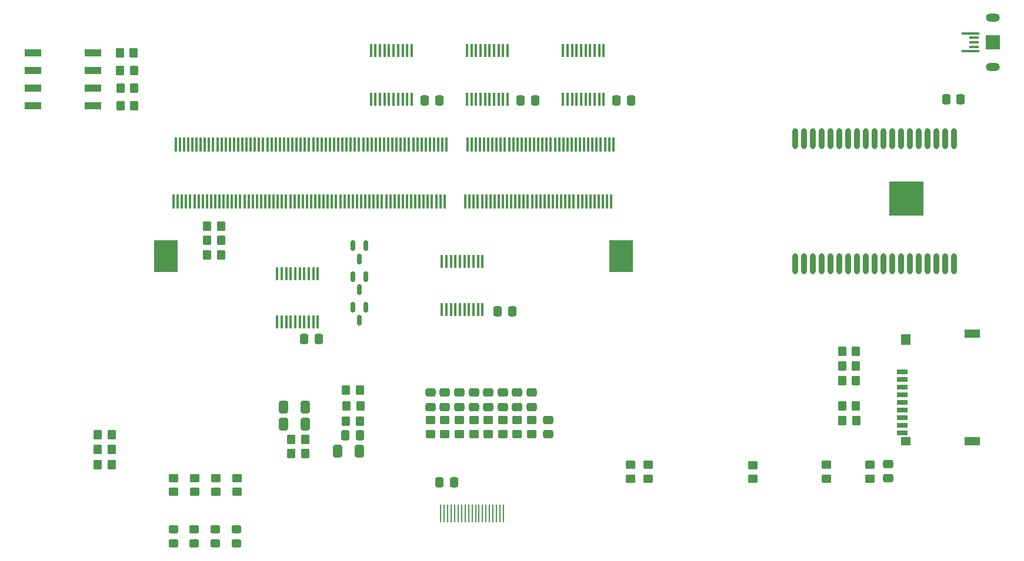
<source format=gbr>
%TF.GenerationSoftware,KiCad,Pcbnew,(6.0.11)*%
%TF.CreationDate,2023-06-18T20:35:24-07:00*%
%TF.ProjectId,TRS-IO++,5452532d-494f-42b2-9b2e-6b696361645f,rev?*%
%TF.SameCoordinates,Original*%
%TF.FileFunction,Paste,Top*%
%TF.FilePolarity,Positive*%
%FSLAX46Y46*%
G04 Gerber Fmt 4.6, Leading zero omitted, Abs format (unit mm)*
G04 Created by KiCad (PCBNEW (6.0.11)) date 2023-06-18 20:35:24*
%MOMM*%
%LPD*%
G01*
G04 APERTURE LIST*
G04 Aperture macros list*
%AMRoundRect*
0 Rectangle with rounded corners*
0 $1 Rounding radius*
0 $2 $3 $4 $5 $6 $7 $8 $9 X,Y pos of 4 corners*
0 Add a 4 corners polygon primitive as box body*
4,1,4,$2,$3,$4,$5,$6,$7,$8,$9,$2,$3,0*
0 Add four circle primitives for the rounded corners*
1,1,$1+$1,$2,$3*
1,1,$1+$1,$4,$5*
1,1,$1+$1,$6,$7*
1,1,$1+$1,$8,$9*
0 Add four rect primitives between the rounded corners*
20,1,$1+$1,$2,$3,$4,$5,0*
20,1,$1+$1,$4,$5,$6,$7,0*
20,1,$1+$1,$6,$7,$8,$9,0*
20,1,$1+$1,$8,$9,$2,$3,0*%
G04 Aperture macros list end*
%ADD10RoundRect,0.100000X-0.100000X0.850000X-0.100000X-0.850000X0.100000X-0.850000X0.100000X0.850000X0*%
%ADD11RoundRect,0.250000X0.350000X0.450000X-0.350000X0.450000X-0.350000X-0.450000X0.350000X-0.450000X0*%
%ADD12RoundRect,0.250000X-0.450000X0.350000X-0.450000X-0.350000X0.450000X-0.350000X0.450000X0.350000X0*%
%ADD13RoundRect,0.250000X-0.412500X-0.650000X0.412500X-0.650000X0.412500X0.650000X-0.412500X0.650000X0*%
%ADD14RoundRect,0.250000X0.450000X-0.350000X0.450000X0.350000X-0.450000X0.350000X-0.450000X-0.350000X0*%
%ADD15R,2.440000X1.120000*%
%ADD16RoundRect,0.250000X-0.350000X-0.450000X0.350000X-0.450000X0.350000X0.450000X-0.350000X0.450000X0*%
%ADD17RoundRect,0.250000X0.450000X-0.325000X0.450000X0.325000X-0.450000X0.325000X-0.450000X-0.325000X0*%
%ADD18RoundRect,0.250000X0.337500X0.475000X-0.337500X0.475000X-0.337500X-0.475000X0.337500X-0.475000X0*%
%ADD19RoundRect,0.250000X0.412500X0.650000X-0.412500X0.650000X-0.412500X-0.650000X0.412500X-0.650000X0*%
%ADD20RoundRect,0.250000X-0.475000X0.337500X-0.475000X-0.337500X0.475000X-0.337500X0.475000X0.337500X0*%
%ADD21RoundRect,0.250000X-0.337500X-0.475000X0.337500X-0.475000X0.337500X0.475000X-0.337500X0.475000X0*%
%ADD22RoundRect,0.150000X-0.150000X0.587500X-0.150000X-0.587500X0.150000X-0.587500X0.150000X0.587500X0*%
%ADD23R,0.280000X2.600000*%
%ADD24R,1.600000X0.700000*%
%ADD25R,1.400000X1.600000*%
%ADD26R,2.200000X1.200000*%
%ADD27R,1.400000X1.200000*%
%ADD28O,0.900000X3.000000*%
%ADD29R,5.000000X5.000000*%
%ADD30RoundRect,0.250000X0.475000X-0.337500X0.475000X0.337500X-0.475000X0.337500X-0.475000X-0.337500X0*%
%ADD31R,2.000000X2.000000*%
%ADD32O,2.000000X1.200000*%
%ADD33R,2.500000X0.400000*%
%ADD34R,1.350000X0.400000*%
%ADD35R,0.350000X2.000000*%
%ADD36R,3.500000X4.600000*%
G04 APERTURE END LIST*
D10*
%TO.C,U5*%
X106963400Y-101910000D03*
X106313400Y-101910000D03*
X105663400Y-101910000D03*
X105013400Y-101910000D03*
X104363400Y-101910000D03*
X103713400Y-101910000D03*
X103063400Y-101910000D03*
X102413400Y-101910000D03*
X101763400Y-101910000D03*
X101113400Y-101910000D03*
X101113400Y-108910000D03*
X101763400Y-108910000D03*
X102413400Y-108910000D03*
X103063400Y-108910000D03*
X103713400Y-108910000D03*
X104363400Y-108910000D03*
X105013400Y-108910000D03*
X105663400Y-108910000D03*
X106313400Y-108910000D03*
X106963400Y-108910000D03*
%TD*%
%TO.C,U4*%
X130660550Y-100132000D03*
X130010550Y-100132000D03*
X129360550Y-100132000D03*
X128710550Y-100132000D03*
X128060550Y-100132000D03*
X127410550Y-100132000D03*
X126760550Y-100132000D03*
X126110550Y-100132000D03*
X125460550Y-100132000D03*
X124810550Y-100132000D03*
X124810550Y-107132000D03*
X125460550Y-107132000D03*
X126110550Y-107132000D03*
X126760550Y-107132000D03*
X127410550Y-107132000D03*
X128060550Y-107132000D03*
X128710550Y-107132000D03*
X129360550Y-107132000D03*
X130010550Y-107132000D03*
X130660550Y-107132000D03*
%TD*%
%TO.C,U3*%
X148095700Y-69753600D03*
X147445700Y-69753600D03*
X146795700Y-69753600D03*
X146145700Y-69753600D03*
X145495700Y-69753600D03*
X144845700Y-69753600D03*
X144195700Y-69753600D03*
X143545700Y-69753600D03*
X142895700Y-69753600D03*
X142245700Y-69753600D03*
X142245700Y-76753600D03*
X142895700Y-76753600D03*
X143545700Y-76753600D03*
X144195700Y-76753600D03*
X144845700Y-76753600D03*
X145495700Y-76753600D03*
X146145700Y-76753600D03*
X146795700Y-76753600D03*
X147445700Y-76753600D03*
X148095700Y-76753600D03*
%TD*%
%TO.C,U2*%
X134278100Y-69753600D03*
X133628100Y-69753600D03*
X132978100Y-69753600D03*
X132328100Y-69753600D03*
X131678100Y-69753600D03*
X131028100Y-69753600D03*
X130378100Y-69753600D03*
X129728100Y-69753600D03*
X129078100Y-69753600D03*
X128428100Y-69753600D03*
X128428100Y-76753600D03*
X129078100Y-76753600D03*
X129728100Y-76753600D03*
X130378100Y-76753600D03*
X131028100Y-76753600D03*
X131678100Y-76753600D03*
X132328100Y-76753600D03*
X132978100Y-76753600D03*
X133628100Y-76753600D03*
X134278100Y-76753600D03*
%TD*%
%TO.C,U6*%
X120460500Y-69753600D03*
X119810500Y-69753600D03*
X119160500Y-69753600D03*
X118510500Y-69753600D03*
X117860500Y-69753600D03*
X117210500Y-69753600D03*
X116560500Y-69753600D03*
X115910500Y-69753600D03*
X115260500Y-69753600D03*
X114610500Y-69753600D03*
X114610500Y-76753600D03*
X115260500Y-76753600D03*
X115910500Y-76753600D03*
X116560500Y-76753600D03*
X117210500Y-76753600D03*
X117860500Y-76753600D03*
X118510500Y-76753600D03*
X119160500Y-76753600D03*
X119810500Y-76753600D03*
X120460500Y-76753600D03*
%TD*%
D11*
%TO.C,R33*%
X80435500Y-70104000D03*
X78435500Y-70104000D03*
%TD*%
D12*
%TO.C,R39*%
X92269032Y-131384800D03*
X92269032Y-133384800D03*
%TD*%
D13*
%TO.C,C15*%
X109806299Y-127551799D03*
X112931299Y-127551799D03*
%TD*%
D14*
%TO.C,R8*%
X129413000Y-125023800D03*
X129413000Y-123023800D03*
%TD*%
D12*
%TO.C,R40*%
X95330100Y-131384800D03*
X95330100Y-133384800D03*
%TD*%
D15*
%TO.C,SW3*%
X65935700Y-70104000D03*
X65935700Y-72644000D03*
X65935700Y-75184000D03*
X65935700Y-77724000D03*
X74545700Y-77724000D03*
X74545700Y-75184000D03*
X74545700Y-72644000D03*
X74545700Y-70104000D03*
%TD*%
D16*
%TO.C,R29*%
X90998800Y-95046800D03*
X92998800Y-95046800D03*
%TD*%
D17*
%TO.C,D3*%
X89177666Y-140842600D03*
X89177666Y-138792600D03*
%TD*%
D18*
%TO.C,C16*%
X134919850Y-107340400D03*
X132844850Y-107340400D03*
%TD*%
D14*
%TO.C,R10*%
X125247400Y-125023800D03*
X125247400Y-123023800D03*
%TD*%
D11*
%TO.C,R35*%
X80537100Y-75184000D03*
X78537100Y-75184000D03*
%TD*%
D17*
%TO.C,D2*%
X86146600Y-140842600D03*
X86146600Y-138792600D03*
%TD*%
D14*
%TO.C,R7*%
X131495800Y-125023800D03*
X131495800Y-123023800D03*
%TD*%
D12*
%TO.C,R14*%
X169570400Y-129505200D03*
X169570400Y-131505200D03*
%TD*%
D16*
%TO.C,R16*%
X182423100Y-120967500D03*
X184423100Y-120967500D03*
%TD*%
D19*
%TO.C,C12*%
X105141899Y-121167999D03*
X102016899Y-121167999D03*
%TD*%
D20*
%TO.C,C6*%
X127330200Y-119049300D03*
X127330200Y-121124300D03*
%TD*%
D11*
%TO.C,R34*%
X80486300Y-72644000D03*
X78486300Y-72644000D03*
%TD*%
%TO.C,R2*%
X77301600Y-125120400D03*
X75301600Y-125120400D03*
%TD*%
D20*
%TO.C,C4*%
X131495800Y-119049300D03*
X131495800Y-121124300D03*
%TD*%
D14*
%TO.C,R31*%
X154533600Y-131462400D03*
X154533600Y-129462400D03*
%TD*%
D20*
%TO.C,C3*%
X133578600Y-119049300D03*
X133578600Y-121124300D03*
%TD*%
%TO.C,C7*%
X125247400Y-119049300D03*
X125247400Y-121124300D03*
%TD*%
%TO.C,C1*%
X137744200Y-119049300D03*
X137744200Y-121124300D03*
%TD*%
D18*
%TO.C,C19*%
X124415000Y-76962000D03*
X122340000Y-76962000D03*
%TD*%
D20*
%TO.C,C8*%
X123164600Y-119049300D03*
X123164600Y-121124300D03*
%TD*%
D21*
%TO.C,C23*%
X124463900Y-131961300D03*
X126538900Y-131961300D03*
%TD*%
D22*
%TO.C,Q3*%
X113878400Y-97919300D03*
X111978400Y-97919300D03*
X112928400Y-99794300D03*
%TD*%
D23*
%TO.C,J7*%
X133659000Y-136468600D03*
X133159000Y-136468600D03*
X132659000Y-136468600D03*
X132159000Y-136468600D03*
X131659000Y-136468600D03*
X131159000Y-136468600D03*
X130659000Y-136468600D03*
X130159000Y-136468600D03*
X129659000Y-136468600D03*
X129159000Y-136468600D03*
X128659000Y-136468600D03*
X128159000Y-136468600D03*
X127659000Y-136468600D03*
X127159000Y-136468600D03*
X126659000Y-136468600D03*
X126159000Y-136468600D03*
X125659000Y-136468600D03*
X125159000Y-136468600D03*
X124659000Y-136468600D03*
%TD*%
D24*
%TO.C,J9*%
X191070000Y-116113200D03*
X191070000Y-117213200D03*
X191070000Y-118313200D03*
X191070000Y-119413200D03*
X191070000Y-120513200D03*
X191070000Y-121613200D03*
X191070000Y-122713200D03*
X191070000Y-123813200D03*
X191070000Y-124913200D03*
D25*
X191570000Y-111463200D03*
D26*
X201170000Y-110563200D03*
X201170000Y-126063200D03*
D27*
X191570000Y-126063200D03*
%TD*%
D20*
%TO.C,C9*%
X189026800Y-129366100D03*
X189026800Y-131441100D03*
%TD*%
D11*
%TO.C,R36*%
X80537100Y-77724000D03*
X78537100Y-77724000D03*
%TD*%
D16*
%TO.C,R17*%
X182423100Y-115214400D03*
X184423100Y-115214400D03*
%TD*%
%TO.C,R26*%
X90998800Y-99212400D03*
X92998800Y-99212400D03*
%TD*%
D22*
%TO.C,Q4*%
X113878400Y-102338900D03*
X111978400Y-102338900D03*
X112928400Y-104213900D03*
%TD*%
D14*
%TO.C,R32*%
X151993600Y-131462400D03*
X151993600Y-129462400D03*
%TD*%
D16*
%TO.C,R18*%
X182423100Y-113080800D03*
X184423100Y-113080800D03*
%TD*%
%TO.C,R19*%
X182438800Y-123139200D03*
X184438800Y-123139200D03*
%TD*%
D11*
%TO.C,R1*%
X77301600Y-129438400D03*
X75301600Y-129438400D03*
%TD*%
D17*
%TO.C,D4*%
X92208732Y-140842600D03*
X92208732Y-138792600D03*
%TD*%
D28*
%TO.C,U1*%
X198565900Y-82490800D03*
X197295900Y-82490800D03*
X196025900Y-82490800D03*
X194755900Y-82490800D03*
X193485900Y-82490800D03*
X192215900Y-82490800D03*
X190945900Y-82490800D03*
X189675900Y-82490800D03*
X188405900Y-82490800D03*
X187135900Y-82490800D03*
X185865900Y-82490800D03*
X184595900Y-82490800D03*
X183325900Y-82490800D03*
X182055900Y-82490800D03*
X180755900Y-82490800D03*
X179485900Y-82490800D03*
X178215900Y-82490800D03*
X176945900Y-82490800D03*
X175675900Y-82490800D03*
X175675900Y-100490800D03*
X176945900Y-100490800D03*
X178215900Y-100490800D03*
X179485900Y-100490800D03*
X180755900Y-100490800D03*
X182055900Y-100520800D03*
X183325900Y-100520800D03*
X184595900Y-100520800D03*
X185865900Y-100520800D03*
X187135900Y-100520800D03*
X188405900Y-100520800D03*
X189675900Y-100520800D03*
X190945900Y-100520800D03*
X192215900Y-100520800D03*
X193485900Y-100520800D03*
X194755900Y-100520800D03*
X196025900Y-100520800D03*
X197295900Y-100520800D03*
X198565900Y-100520800D03*
D29*
X191645900Y-91090800D03*
%TD*%
D30*
%TO.C,C21*%
X140106400Y-125061300D03*
X140106400Y-122986300D03*
%TD*%
D12*
%TO.C,R30*%
X180171900Y-129454400D03*
X180171900Y-131454400D03*
%TD*%
D11*
%TO.C,R24*%
X113029199Y-123182999D03*
X111029199Y-123182999D03*
%TD*%
D22*
%TO.C,Q5*%
X113878400Y-106758500D03*
X111978400Y-106758500D03*
X112928400Y-108633500D03*
%TD*%
D20*
%TO.C,C5*%
X129413000Y-119049300D03*
X129413000Y-121124300D03*
%TD*%
D12*
%TO.C,R12*%
X186436000Y-129454400D03*
X186436000Y-131454400D03*
%TD*%
D11*
%TO.C,R22*%
X105140000Y-125841599D03*
X103140000Y-125841599D03*
%TD*%
D31*
%TO.C,J12*%
X204124000Y-68580000D03*
D32*
X204124000Y-72155000D03*
X204124000Y-65005000D03*
D33*
X200872800Y-69880000D03*
D34*
X201449000Y-69230000D03*
X201449000Y-68580000D03*
X201449000Y-67930000D03*
D33*
X200872800Y-67280000D03*
%TD*%
D18*
%TO.C,C11*%
X152050200Y-76962000D03*
X149975200Y-76962000D03*
%TD*%
D16*
%TO.C,R25*%
X111077500Y-120967500D03*
X113077500Y-120967500D03*
%TD*%
%TO.C,R28*%
X90998800Y-97129600D03*
X92998800Y-97129600D03*
%TD*%
D11*
%TO.C,R23*%
X113029199Y-118745000D03*
X111029199Y-118745000D03*
%TD*%
D14*
%TO.C,R4*%
X137744200Y-125023800D03*
X137744200Y-123023800D03*
%TD*%
D18*
%TO.C,C24*%
X199497400Y-76758800D03*
X197422400Y-76758800D03*
%TD*%
D12*
%TO.C,R38*%
X89207966Y-131384800D03*
X89207966Y-133384800D03*
%TD*%
D20*
%TO.C,C2*%
X135661400Y-119049300D03*
X135661400Y-121124300D03*
%TD*%
D35*
%TO.C,Conn1*%
X149490300Y-83322900D03*
X149190300Y-91522900D03*
X148890300Y-83322900D03*
X148590300Y-91522900D03*
X148290300Y-83322900D03*
X147990300Y-91522900D03*
X147690300Y-83322900D03*
X147390300Y-91522900D03*
X147090300Y-83322900D03*
X146790300Y-91522900D03*
X146490300Y-83322900D03*
X146190300Y-91522900D03*
X145890300Y-83322900D03*
X145590300Y-91522900D03*
X145290300Y-83322900D03*
X144990300Y-91522900D03*
X144690300Y-83322900D03*
X144390300Y-91522900D03*
X144090300Y-83322900D03*
X143790300Y-91522900D03*
X143490300Y-83322900D03*
X143190300Y-91522900D03*
X142890300Y-83322900D03*
X142590300Y-91522900D03*
X142290300Y-83322900D03*
X141990300Y-91522900D03*
X141690300Y-83322900D03*
X141390300Y-91522900D03*
X141090300Y-83322900D03*
X140790300Y-91522900D03*
X140490300Y-83322900D03*
X140190300Y-91522900D03*
X139890300Y-83322900D03*
X139590300Y-91522900D03*
X139290300Y-83322900D03*
X138990300Y-91522900D03*
X138690300Y-83322900D03*
X138390300Y-91522900D03*
X138090300Y-83322900D03*
X137790300Y-91522900D03*
X137490300Y-83322900D03*
X137190300Y-91522900D03*
X136890300Y-83322900D03*
X136590300Y-91522900D03*
X136290300Y-83322900D03*
X135990300Y-91522900D03*
X135690300Y-83322900D03*
X135390300Y-91522900D03*
X135090300Y-83322900D03*
X134790300Y-91522900D03*
X134490300Y-83322900D03*
X134190300Y-91522900D03*
X133890300Y-83322900D03*
X133590300Y-91522900D03*
X133290300Y-83322900D03*
X132990300Y-91522900D03*
X132690300Y-83322900D03*
X132390300Y-91522900D03*
X132090300Y-83322900D03*
X131790300Y-91522900D03*
X131490300Y-83322900D03*
X131190300Y-91522900D03*
X130890300Y-83322900D03*
X130590300Y-91522900D03*
X130290300Y-83322900D03*
X129990300Y-91522900D03*
X129690300Y-83322900D03*
X129390300Y-91522900D03*
X129090300Y-83322900D03*
X128790300Y-91522900D03*
X128490300Y-83322900D03*
X128190300Y-91522900D03*
X125490300Y-83322900D03*
X125190300Y-91522900D03*
X124890300Y-83322900D03*
X124590300Y-91522900D03*
X124290300Y-83322900D03*
X123990300Y-91522900D03*
X123690300Y-83322900D03*
X123390300Y-91522900D03*
X123090300Y-83322900D03*
X122790300Y-91522900D03*
X122490300Y-83322900D03*
X122190300Y-91522900D03*
X121890300Y-83322900D03*
X121590300Y-91522900D03*
X121290300Y-83322900D03*
X120990300Y-91522900D03*
X120690300Y-83322900D03*
X120390300Y-91522900D03*
X120090300Y-83322900D03*
X119790300Y-91522900D03*
X119490300Y-83322900D03*
X119190300Y-91522900D03*
X118890300Y-83322900D03*
X118590300Y-91522900D03*
X118290300Y-83322900D03*
X117990300Y-91522900D03*
X117690300Y-83322900D03*
X117390300Y-91522900D03*
X117090300Y-83322900D03*
X116790300Y-91522900D03*
X116490300Y-83322900D03*
X116190300Y-91522900D03*
X115890300Y-83322900D03*
X115590300Y-91522900D03*
X115290300Y-83322900D03*
X114990300Y-91522900D03*
X114690300Y-83322900D03*
X114390300Y-91522900D03*
X114090300Y-83322900D03*
X113790300Y-91522900D03*
X113490300Y-83322900D03*
X113190300Y-91522900D03*
X112890300Y-83322900D03*
X112590300Y-91522900D03*
X112290300Y-83322900D03*
X111990300Y-91522900D03*
X111690300Y-83322900D03*
X111390300Y-91522900D03*
X111090300Y-83322900D03*
X110790300Y-91522900D03*
X110490300Y-83322900D03*
X110190300Y-91522900D03*
X109890300Y-83322900D03*
X109590300Y-91522900D03*
X109290300Y-83322900D03*
X108990300Y-91522900D03*
X108690300Y-83322900D03*
X108390300Y-91522900D03*
X108090300Y-83322900D03*
X107790300Y-91522900D03*
X107490300Y-83322900D03*
X107190300Y-91522900D03*
X106890300Y-83322900D03*
X106590300Y-91522900D03*
X106290300Y-83322900D03*
X105990300Y-91522900D03*
X105690300Y-83322900D03*
X105390300Y-91522900D03*
X105090300Y-83322900D03*
X104790300Y-91522900D03*
X104490300Y-83322900D03*
X104190300Y-91522900D03*
X103890300Y-83322900D03*
X103590300Y-91522900D03*
X103290300Y-83322900D03*
X102990300Y-91522900D03*
X102690300Y-83322900D03*
X102390300Y-91522900D03*
X102090300Y-83322900D03*
X101790300Y-91522900D03*
X101490300Y-83322900D03*
X101190300Y-91522900D03*
X100890300Y-83322900D03*
X100590300Y-91522900D03*
X100290300Y-83322900D03*
X99990300Y-91522900D03*
X99690300Y-83322900D03*
X99390300Y-91522900D03*
X99090300Y-83322900D03*
X98790300Y-91522900D03*
X98490300Y-83322900D03*
X98190300Y-91522900D03*
X97890300Y-83322900D03*
X97590300Y-91522900D03*
X97290300Y-83322900D03*
X96990300Y-91522900D03*
X96690300Y-83322900D03*
X96390300Y-91522900D03*
X96090300Y-83322900D03*
X95790300Y-91522900D03*
X95490300Y-83322900D03*
X95190300Y-91522900D03*
X94890300Y-83322900D03*
X94590300Y-91522900D03*
X94290300Y-83322900D03*
X93990300Y-91522900D03*
X93690300Y-83322900D03*
X93390300Y-91522900D03*
X93090300Y-83322900D03*
X92790300Y-91522900D03*
X92490300Y-83322900D03*
X92190300Y-91522900D03*
X91890300Y-83322900D03*
X91590300Y-91522900D03*
X91290300Y-83322900D03*
X90990300Y-91522900D03*
X90690300Y-83322900D03*
X90390300Y-91522900D03*
X90090300Y-83322900D03*
X89790300Y-91522900D03*
X89490300Y-83322900D03*
X89190300Y-91522900D03*
X88890300Y-83322900D03*
X88590300Y-91522900D03*
X88290300Y-83322900D03*
X87990300Y-91522900D03*
X87690300Y-83322900D03*
X87390300Y-91522900D03*
X87090300Y-83322900D03*
X86790300Y-91522900D03*
X86490300Y-83322900D03*
X86190300Y-91522900D03*
D36*
X150640300Y-99422900D03*
X85040300Y-99422900D03*
%TD*%
D12*
%TO.C,R37*%
X86146900Y-131384800D03*
X86146900Y-133384800D03*
%TD*%
D14*
%TO.C,R5*%
X135661400Y-125023800D03*
X135661400Y-123023800D03*
%TD*%
D11*
%TO.C,R3*%
X77301600Y-127254000D03*
X75301600Y-127254000D03*
%TD*%
D17*
%TO.C,D5*%
X95239800Y-140842600D03*
X95239800Y-138792600D03*
%TD*%
D14*
%TO.C,R11*%
X123164600Y-125023800D03*
X123164600Y-123023800D03*
%TD*%
%TO.C,R9*%
X127330200Y-125023800D03*
X127330200Y-123023800D03*
%TD*%
D18*
%TO.C,C18*%
X107057100Y-111302800D03*
X104982100Y-111302800D03*
%TD*%
%TO.C,C10*%
X138232600Y-76962000D03*
X136157600Y-76962000D03*
%TD*%
D16*
%TO.C,R15*%
X182423100Y-117348000D03*
X184423100Y-117348000D03*
%TD*%
D14*
%TO.C,R6*%
X133578600Y-125023800D03*
X133578600Y-123023800D03*
%TD*%
D16*
%TO.C,R21*%
X103140000Y-127873599D03*
X105140000Y-127873599D03*
%TD*%
D18*
%TO.C,C13*%
X113015899Y-125265799D03*
X110940899Y-125265799D03*
%TD*%
D13*
%TO.C,C14*%
X102016899Y-123606399D03*
X105141899Y-123606399D03*
%TD*%
M02*

</source>
